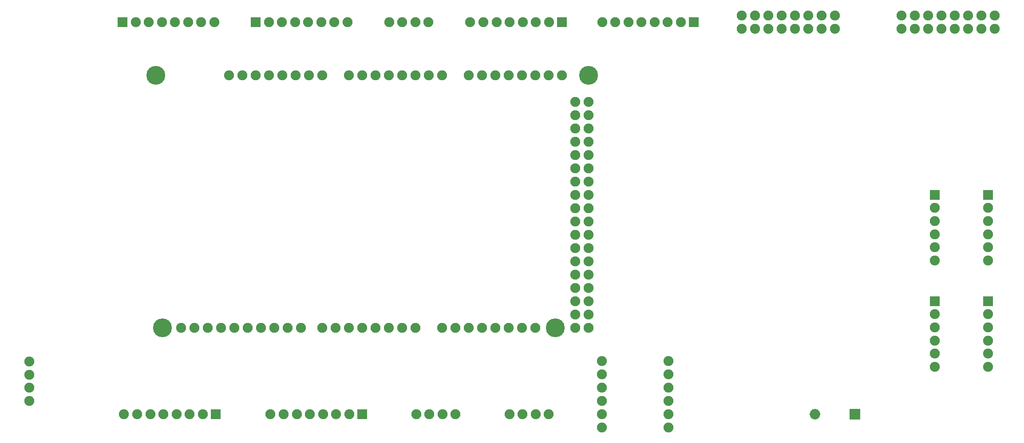
<source format=gbs>
G04 #@! TF.FileFunction,Soldermask,Bot*
%FSLAX46Y46*%
G04 Gerber Fmt 4.6, Leading zero omitted, Abs format (unit mm)*
G04 Created by KiCad (PCBNEW 4.0.7) date 01/22/18 23:51:58*
%MOMM*%
%LPD*%
G01*
G04 APERTURE LIST*
%ADD10C,0.100000*%
%ADD11R,1.900000X1.900000*%
%ADD12C,1.900000*%
%ADD13O,1.900000X1.900000*%
%ADD14C,3.600000*%
%ADD15R,2.000000X2.000000*%
%ADD16O,2.000000X2.000000*%
G04 APERTURE END LIST*
D10*
D11*
X156210000Y-49530000D03*
D12*
X153710000Y-49530000D03*
X151210000Y-49530000D03*
X148710000Y-49530000D03*
X146210000Y-49530000D03*
X143710000Y-49530000D03*
X141210000Y-49530000D03*
X138710000Y-49530000D03*
D11*
X181370000Y-49530000D03*
D12*
X178870000Y-49530000D03*
X176370000Y-49530000D03*
X173870000Y-49530000D03*
X171370000Y-49530000D03*
X168870000Y-49530000D03*
X166370000Y-49530000D03*
X163870000Y-49530000D03*
X54610000Y-121920000D03*
X54610000Y-119420000D03*
X54610000Y-116920000D03*
X54610000Y-114420000D03*
D11*
X118110000Y-124460000D03*
D12*
X115610000Y-124460000D03*
X113110000Y-124460000D03*
X110610000Y-124460000D03*
X108110000Y-124460000D03*
X105610000Y-124460000D03*
X103110000Y-124460000D03*
X100610000Y-124460000D03*
D11*
X90170000Y-124460000D03*
D12*
X87670000Y-124460000D03*
X85170000Y-124460000D03*
X82670000Y-124460000D03*
X80170000Y-124460000D03*
X77670000Y-124460000D03*
X75170000Y-124460000D03*
X72670000Y-124460000D03*
X123230000Y-49530000D03*
X125730000Y-49530000D03*
X128230000Y-49530000D03*
X130730000Y-49530000D03*
D11*
X97790000Y-49530000D03*
D12*
X100290000Y-49530000D03*
X102790000Y-49530000D03*
X105290000Y-49530000D03*
X107790000Y-49530000D03*
X110290000Y-49530000D03*
X112790000Y-49530000D03*
X115290000Y-49530000D03*
D11*
X72390000Y-49530000D03*
D12*
X74890000Y-49530000D03*
X77390000Y-49530000D03*
X79890000Y-49530000D03*
X82390000Y-49530000D03*
X84890000Y-49530000D03*
X87390000Y-49530000D03*
X89890000Y-49530000D03*
X153670000Y-124460000D03*
X151170000Y-124460000D03*
X148670000Y-124460000D03*
X146170000Y-124460000D03*
X135890000Y-124460000D03*
X133390000Y-124460000D03*
X130890000Y-124460000D03*
X128390000Y-124460000D03*
D11*
X227330000Y-102870000D03*
D12*
X227330000Y-105370000D03*
X227330000Y-107870000D03*
X227330000Y-110370000D03*
X227330000Y-112870000D03*
X227330000Y-115370000D03*
D11*
X237490000Y-102870000D03*
D12*
X237490000Y-105370000D03*
X237490000Y-107870000D03*
X237490000Y-110370000D03*
X237490000Y-112870000D03*
X237490000Y-115370000D03*
D11*
X227330000Y-82550000D03*
D12*
X227330000Y-85050000D03*
X227330000Y-87550000D03*
X227330000Y-90050000D03*
X227330000Y-92550000D03*
X227330000Y-95050000D03*
D11*
X237490000Y-82550000D03*
D12*
X237490000Y-85050000D03*
X237490000Y-87550000D03*
X237490000Y-90050000D03*
X237490000Y-92550000D03*
X237490000Y-95050000D03*
X238760000Y-48260000D03*
X238760000Y-50800000D03*
X236220000Y-48260000D03*
X236220000Y-50800000D03*
X233680000Y-48260000D03*
X233680000Y-50800000D03*
X231140000Y-48260000D03*
X231140000Y-50800000D03*
X228600000Y-48260000D03*
X228600000Y-50800000D03*
X226060000Y-48260000D03*
X226060000Y-50800000D03*
X223520000Y-48260000D03*
X223520000Y-50800000D03*
X220980000Y-48260000D03*
X220980000Y-50800000D03*
X208280000Y-48260000D03*
X208280000Y-50800000D03*
X205740000Y-48260000D03*
X205740000Y-50800000D03*
X203200000Y-48260000D03*
X203200000Y-50800000D03*
X200660000Y-48260000D03*
X200660000Y-50800000D03*
X198120000Y-48260000D03*
X198120000Y-50800000D03*
X195580000Y-48260000D03*
X195580000Y-50800000D03*
X193040000Y-48260000D03*
X193040000Y-50800000D03*
X190500000Y-48260000D03*
X190500000Y-50800000D03*
X115570000Y-59690000D03*
X110490000Y-59690000D03*
X107950000Y-59690000D03*
X105410000Y-59690000D03*
X102870000Y-59690000D03*
X100330000Y-59690000D03*
X97790000Y-59690000D03*
X95250000Y-59690000D03*
D13*
X151130000Y-107950000D03*
D12*
X148590000Y-107950000D03*
D13*
X146050000Y-107950000D03*
X143510000Y-107950000D03*
X140970000Y-107950000D03*
D12*
X138430000Y-107950000D03*
X135890000Y-107950000D03*
X133350000Y-107950000D03*
X128270000Y-107950000D03*
X125730000Y-107950000D03*
X123190000Y-107950000D03*
X120650000Y-107950000D03*
X118110000Y-107950000D03*
X115570000Y-107950000D03*
X113030000Y-107950000D03*
X110490000Y-107950000D03*
X91186000Y-107950000D03*
X106426000Y-107950000D03*
X103886000Y-107950000D03*
X101346000Y-107950000D03*
D14*
X154940000Y-107950000D03*
X80010000Y-107950000D03*
X161290000Y-59690000D03*
X78740000Y-59690000D03*
D12*
X83566000Y-107950000D03*
X86106000Y-107950000D03*
X88646000Y-107950000D03*
X93726000Y-107950000D03*
X96266000Y-107950000D03*
X98806000Y-107950000D03*
X92710000Y-59690000D03*
X118110000Y-59690000D03*
X120650000Y-59690000D03*
X123190000Y-59690000D03*
X125730000Y-59690000D03*
X128270000Y-59690000D03*
X130810000Y-59690000D03*
X133350000Y-59690000D03*
X138430000Y-59690000D03*
X140970000Y-59690000D03*
X143510000Y-59690000D03*
X146050000Y-59690000D03*
X148590000Y-59690000D03*
X151130000Y-59690000D03*
X153670000Y-59690000D03*
X156210000Y-59690000D03*
D13*
X158750000Y-107950000D03*
X161290000Y-107950000D03*
X158750000Y-105410000D03*
X161290000Y-105410000D03*
X158750000Y-102870000D03*
X161290000Y-102870000D03*
X158750000Y-100330000D03*
X161290000Y-100330000D03*
X158750000Y-97790000D03*
X161290000Y-97790000D03*
X158750000Y-95250000D03*
X161290000Y-95250000D03*
X158750000Y-92710000D03*
X161290000Y-92710000D03*
D12*
X158750000Y-90170000D03*
X161290000Y-90170000D03*
X158750000Y-87630000D03*
X161290000Y-87630000D03*
X158750000Y-85090000D03*
X161290000Y-85090000D03*
D13*
X158750000Y-82550000D03*
X161290000Y-82550000D03*
D12*
X158750000Y-80010000D03*
D13*
X161290000Y-80010000D03*
X158750000Y-77470000D03*
X161290000Y-77470000D03*
D12*
X158750000Y-74930000D03*
X161290000Y-74930000D03*
X158750000Y-72390000D03*
X161290000Y-72390000D03*
X158750000Y-69850000D03*
X161290000Y-69850000D03*
X158750000Y-67310000D03*
X161290000Y-67310000D03*
X158750000Y-64770000D03*
X161290000Y-64770000D03*
D15*
X212090000Y-124460000D03*
D16*
X204470000Y-124460000D03*
D12*
X163830000Y-127000000D03*
X163830000Y-124460000D03*
X163830000Y-121920000D03*
X163830000Y-119380000D03*
X163830000Y-116840000D03*
X163830000Y-114300000D03*
X176530000Y-127000000D03*
X176530000Y-124460000D03*
X176530000Y-121920000D03*
X176530000Y-119380000D03*
X176530000Y-116840000D03*
X176530000Y-114300000D03*
M02*

</source>
